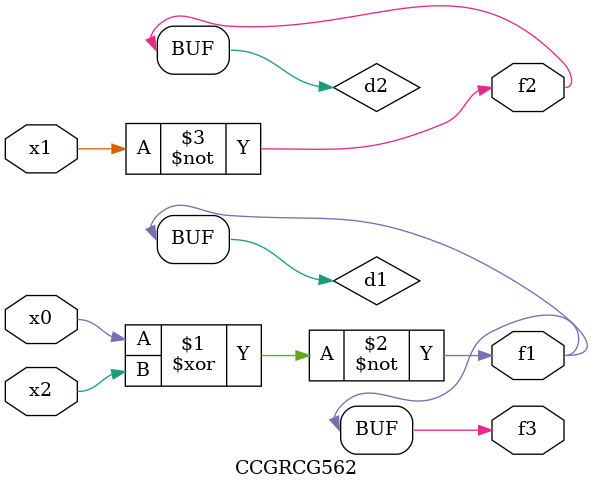
<source format=v>
module CCGRCG562(
	input x0, x1, x2,
	output f1, f2, f3
);

	wire d1, d2, d3;

	xnor (d1, x0, x2);
	nand (d2, x1);
	nor (d3, x1, x2);
	assign f1 = d1;
	assign f2 = d2;
	assign f3 = d1;
endmodule

</source>
